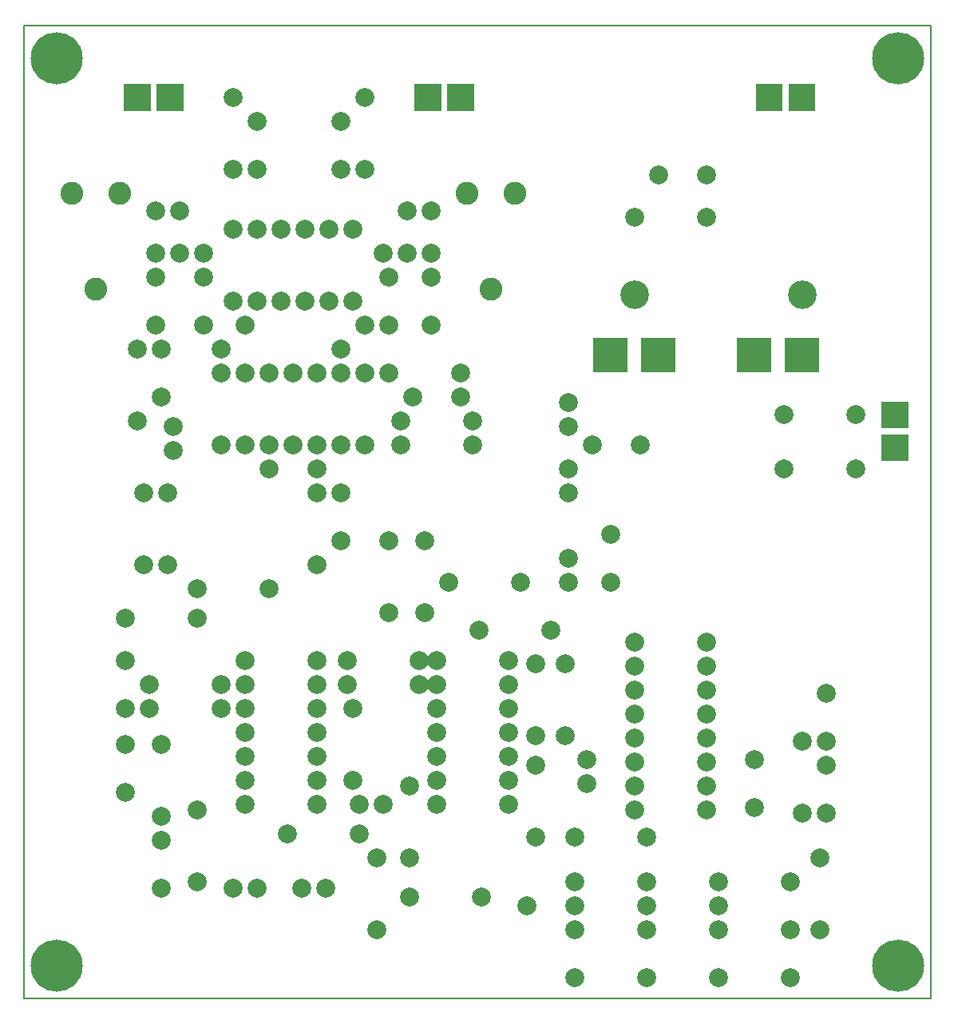
<source format=gbr>
%FSLAX32Y32*%
%MOMM*%
%LNSOLDERMASK2*%
G71*
G01*
%ADD10C, 0.20*%
%ADD11C, 2.00*%
%ADD12C, 2.00*%
%ADD13C, 2.42*%
%ADD14C, 3.02*%
%ADD15C, 5.52*%
%LPD*%
G54D10*
X0Y10316D02*
X9617Y10316D01*
X9617Y0D01*
X0Y0D01*
X0Y10316D01*
X3874Y6633D02*
G54D11*
D03*
X3620Y6633D02*
G54D11*
D03*
X3366Y6633D02*
G54D11*
D03*
X3112Y6633D02*
G54D11*
D03*
X2858Y6633D02*
G54D11*
D03*
X2604Y6633D02*
G54D11*
D03*
X2350Y6633D02*
G54D11*
D03*
X3366Y6887D02*
G54D11*
D03*
X3620Y7141D02*
G54D11*
D03*
X3874Y7141D02*
G54D11*
D03*
X3493Y7395D02*
G54D11*
D03*
X3239Y7395D02*
G54D11*
D03*
X2985Y7395D02*
G54D11*
D03*
X2731Y7395D02*
G54D11*
D03*
X2477Y7395D02*
G54D11*
D03*
X2223Y7395D02*
G54D11*
D03*
X2350Y7141D02*
G54D11*
D03*
X2096Y6887D02*
G54D11*
D03*
X2096Y6633D02*
G54D11*
D03*
X1905Y7141D02*
G54D11*
D03*
X1397Y7141D02*
G54D11*
D03*
X1461Y6887D02*
G54D11*
D03*
X1207Y6887D02*
G54D11*
D03*
X1461Y6379D02*
G54D11*
D03*
X1207Y6125D02*
G54D11*
D03*
X1588Y6062D02*
G54D11*
D03*
X1905Y7649D02*
G54D11*
D03*
X1905Y7903D02*
G54D12*
D03*
X1651Y7903D02*
G54D12*
D03*
X1397Y7903D02*
G54D12*
D03*
X1397Y7649D02*
G54D11*
D03*
X762Y7522D02*
G54D13*
D03*
X1397Y8348D02*
G54D11*
D03*
X1651Y8348D02*
G54D11*
D03*
X2223Y8157D02*
G54D11*
D03*
X2477Y8157D02*
G54D11*
D03*
X2731Y8157D02*
G54D11*
D03*
X2985Y8157D02*
G54D11*
D03*
X3239Y8157D02*
G54D11*
D03*
X3493Y8157D02*
G54D11*
D03*
X4064Y8348D02*
G54D11*
D03*
X4318Y8348D02*
G54D11*
D03*
X4318Y7903D02*
G54D12*
D03*
X4064Y7903D02*
G54D12*
D03*
X3810Y7903D02*
G54D12*
D03*
X3874Y7649D02*
G54D11*
D03*
X4318Y7649D02*
G54D11*
D03*
X4318Y7141D02*
G54D11*
D03*
X1588Y5808D02*
G54D11*
D03*
X1524Y5363D02*
G54D11*
D03*
X1270Y5363D02*
G54D11*
D03*
X2096Y5871D02*
G54D11*
D03*
X2350Y5871D02*
G54D11*
D03*
X2604Y5871D02*
G54D11*
D03*
X2604Y5617D02*
G54D11*
D03*
X2858Y5871D02*
G54D11*
D03*
X3112Y5871D02*
G54D11*
D03*
X3112Y5617D02*
G54D11*
D03*
X3112Y5363D02*
G54D11*
D03*
X3366Y5363D02*
G54D11*
D03*
X3366Y5871D02*
G54D11*
D03*
X3620Y5871D02*
G54D11*
D03*
X4001Y5871D02*
G54D11*
D03*
X4001Y6125D02*
G54D11*
D03*
X4128Y6379D02*
G54D11*
D03*
X4636Y6633D02*
G54D11*
D03*
X4636Y6379D02*
G54D11*
D03*
X4763Y6125D02*
G54D11*
D03*
X4763Y5871D02*
G54D11*
D03*
X6033Y5871D02*
G54D11*
D03*
X5779Y6062D02*
G54D11*
D03*
X5779Y6316D02*
G54D11*
D03*
X5779Y5617D02*
G54D11*
D03*
X5779Y5363D02*
G54D11*
D03*
X6541Y5871D02*
G54D11*
D03*
X6223Y4918D02*
G54D11*
D03*
X5779Y4664D02*
G54D11*
D03*
X5779Y4410D02*
G54D11*
D03*
X6223Y4410D02*
G54D11*
D03*
X5271Y4410D02*
G54D11*
D03*
X4509Y4410D02*
G54D11*
D03*
X4255Y4855D02*
G54D11*
D03*
X3874Y4855D02*
G54D11*
D03*
X3366Y4855D02*
G54D11*
D03*
X3112Y4601D02*
G54D11*
D03*
X2604Y4347D02*
G54D11*
D03*
X3874Y4093D02*
G54D11*
D03*
X4255Y4093D02*
G54D11*
D03*
X4826Y3902D02*
G54D11*
D03*
X5588Y3902D02*
G54D11*
D03*
X5144Y3331D02*
G54D11*
D03*
X5144Y3585D02*
G54D11*
D03*
X5144Y2823D02*
G54D11*
D03*
X5144Y3077D02*
G54D11*
D03*
X5144Y2569D02*
G54D11*
D03*
X5144Y2315D02*
G54D11*
D03*
X5144Y2061D02*
G54D11*
D03*
X4382Y2061D02*
G54D11*
D03*
X4382Y2315D02*
G54D11*
D03*
X4382Y2569D02*
G54D11*
D03*
X4382Y2823D02*
G54D11*
D03*
X4382Y3077D02*
G54D11*
D03*
X4382Y3331D02*
G54D11*
D03*
X4382Y3585D02*
G54D11*
D03*
X4191Y3585D02*
G54D11*
D03*
X4191Y3331D02*
G54D11*
D03*
X6477Y3776D02*
G54D11*
D03*
X6477Y3522D02*
G54D11*
D03*
X6477Y3268D02*
G54D11*
D03*
X6477Y3014D02*
G54D11*
D03*
X6477Y2760D02*
G54D11*
D03*
X6477Y2506D02*
G54D11*
D03*
X6477Y2252D02*
G54D11*
D03*
X6477Y1998D02*
G54D11*
D03*
X7239Y1998D02*
G54D11*
D03*
X7239Y2252D02*
G54D11*
D03*
X7239Y2506D02*
G54D11*
D03*
X7239Y2760D02*
G54D11*
D03*
X7239Y3014D02*
G54D11*
D03*
X7239Y3268D02*
G54D11*
D03*
X7239Y3522D02*
G54D11*
D03*
X7239Y3776D02*
G54D11*
D03*
X3429Y3331D02*
G54D11*
D03*
X3429Y3585D02*
G54D11*
D03*
X3112Y3585D02*
G54D11*
D03*
X3112Y3331D02*
G54D11*
D03*
X3112Y3077D02*
G54D11*
D03*
X3112Y2823D02*
G54D11*
D03*
X3112Y2569D02*
G54D11*
D03*
X3112Y2315D02*
G54D11*
D03*
X3112Y2061D02*
G54D11*
D03*
X3493Y3077D02*
G54D11*
D03*
X3493Y2315D02*
G54D11*
D03*
X3556Y2061D02*
G54D12*
D03*
X3810Y2061D02*
G54D12*
D03*
X3556Y1744D02*
G54D11*
D03*
X2350Y2061D02*
G54D11*
D03*
X2350Y2315D02*
G54D11*
D03*
X2350Y2569D02*
G54D11*
D03*
X2350Y2823D02*
G54D11*
D03*
X2350Y3077D02*
G54D11*
D03*
X2350Y3331D02*
G54D11*
D03*
X2350Y3585D02*
G54D11*
D03*
X2096Y3331D02*
G54D11*
D03*
X2096Y3077D02*
G54D11*
D03*
X2794Y1744D02*
G54D11*
D03*
X3366Y9300D02*
G54D11*
D03*
X2477Y9300D02*
G54D11*
D03*
X2477Y8792D02*
G54D11*
D03*
X2223Y8792D02*
G54D11*
D03*
X3366Y8792D02*
G54D11*
D03*
X3620Y8792D02*
G54D11*
D03*
X3620Y9554D02*
G54D11*
D03*
X2223Y9554D02*
G54D11*
D03*
X4699Y8538D02*
G54D13*
D03*
X5207Y8538D02*
G54D13*
D03*
X4953Y7522D02*
G54D13*
D03*
X508Y8538D02*
G54D13*
D03*
X1016Y8538D02*
G54D13*
D03*
X6731Y8728D02*
G54D11*
D03*
X6477Y8284D02*
G54D11*
D03*
X7239Y8284D02*
G54D11*
D03*
X7239Y8728D02*
G54D11*
D03*
X6477Y7458D02*
G54D14*
D03*
X8255Y7458D02*
G54D14*
D03*
X8065Y5617D02*
G54D11*
D03*
X4096Y2252D02*
G54D11*
D03*
X4096Y1490D02*
G54D11*
D03*
X5747Y3553D02*
G54D11*
D03*
X5430Y3553D02*
G54D11*
D03*
X5430Y2791D02*
G54D11*
D03*
X5430Y2474D02*
G54D11*
D03*
X5747Y2791D02*
G54D11*
D03*
X5969Y2537D02*
G54D11*
D03*
X5969Y2283D02*
G54D11*
D03*
X5430Y1712D02*
G54D11*
D03*
X3747Y1490D02*
G54D11*
D03*
X3747Y728D02*
G54D11*
D03*
X4096Y1077D02*
G54D11*
D03*
X3207Y1172D02*
G54D11*
D03*
X2953Y1172D02*
G54D11*
D03*
X4858Y1077D02*
G54D11*
D03*
X5334Y982D02*
G54D11*
D03*
X7747Y2537D02*
G54D11*
D03*
X8255Y2728D02*
G54D11*
D03*
X8509Y2728D02*
G54D11*
D03*
X8509Y2474D02*
G54D11*
D03*
X8509Y1966D02*
G54D11*
D03*
X8255Y1966D02*
G54D11*
D03*
X7747Y2029D02*
G54D11*
D03*
X8446Y1490D02*
G54D11*
D03*
X8446Y728D02*
G54D11*
D03*
X8128Y728D02*
G54D11*
D03*
X8128Y1236D02*
G54D11*
D03*
X7366Y1236D02*
G54D11*
D03*
X7366Y982D02*
G54D11*
D03*
X7366Y728D02*
G54D11*
D03*
X6604Y728D02*
G54D11*
D03*
X6604Y982D02*
G54D11*
D03*
X6604Y1236D02*
G54D11*
D03*
X5842Y1236D02*
G54D11*
D03*
X5842Y982D02*
G54D11*
D03*
X5842Y728D02*
G54D11*
D03*
X5842Y1712D02*
G54D11*
D03*
X8128Y220D02*
G54D11*
D03*
X7366Y220D02*
G54D11*
D03*
X6604Y220D02*
G54D11*
D03*
X5842Y220D02*
G54D11*
D03*
X6604Y1712D02*
G54D11*
D03*
X8509Y3236D02*
G54D11*
D03*
X2477Y1172D02*
G54D11*
D03*
X2223Y1172D02*
G54D11*
D03*
X1842Y1236D02*
G54D11*
D03*
X1461Y1172D02*
G54D11*
D03*
X1461Y1680D02*
G54D11*
D03*
X1461Y1934D02*
G54D11*
D03*
X1842Y1998D02*
G54D11*
D03*
X1461Y2696D02*
G54D11*
D03*
X1080Y2188D02*
G54D11*
D03*
X1080Y2696D02*
G54D11*
D03*
X1080Y3077D02*
G54D11*
D03*
X1334Y3077D02*
G54D11*
D03*
X1334Y3331D02*
G54D11*
D03*
X1080Y3585D02*
G54D11*
D03*
X1080Y4030D02*
G54D11*
D03*
X1842Y4030D02*
G54D11*
D03*
X1842Y4347D02*
G54D11*
D03*
X1270Y4601D02*
G54D11*
D03*
X1524Y4601D02*
G54D11*
D03*
G36*
X6043Y7004D02*
X6403Y7004D01*
X6403Y6644D01*
X6043Y6644D01*
X6043Y7004D01*
G37*
G36*
X6551Y7004D02*
X6911Y7004D01*
X6911Y6644D01*
X6551Y6644D01*
X6551Y7004D01*
G37*
G36*
X7567Y7004D02*
X7927Y7004D01*
X7927Y6644D01*
X7567Y6644D01*
X7567Y7004D01*
G37*
G36*
X8075Y7004D02*
X8435Y7004D01*
X8435Y6644D01*
X8075Y6644D01*
X8075Y7004D01*
G37*
G36*
X9098Y6330D02*
X9380Y6330D01*
X9380Y6048D01*
X9098Y6048D01*
X9098Y6330D01*
G37*
G36*
X9098Y5980D02*
X9380Y5980D01*
X9380Y5698D01*
X9098Y5698D01*
X9098Y5980D01*
G37*
X8827Y6188D02*
G54D11*
D03*
X8827Y5617D02*
G54D11*
D03*
X8065Y6188D02*
G54D11*
D03*
G36*
X8114Y9695D02*
X8396Y9695D01*
X8396Y9413D01*
X8114Y9413D01*
X8114Y9695D01*
G37*
G36*
X7765Y9695D02*
X8047Y9695D01*
X8047Y9413D01*
X7765Y9413D01*
X7765Y9695D01*
G37*
G36*
X4494Y9695D02*
X4776Y9695D01*
X4776Y9413D01*
X4494Y9413D01*
X4494Y9695D01*
G37*
G36*
X4145Y9695D02*
X4427Y9695D01*
X4427Y9413D01*
X4145Y9413D01*
X4145Y9695D01*
G37*
G36*
X1345Y9413D02*
X1063Y9413D01*
X1063Y9695D01*
X1345Y9695D01*
X1345Y9413D01*
G37*
G36*
X1694Y9413D02*
X1412Y9413D01*
X1412Y9695D01*
X1694Y9695D01*
X1694Y9413D01*
G37*
X349Y9967D02*
G54D15*
D03*
X349Y346D02*
G54D15*
D03*
X9271Y346D02*
G54D15*
D03*
X9271Y9967D02*
G54D15*
D03*
M02*

</source>
